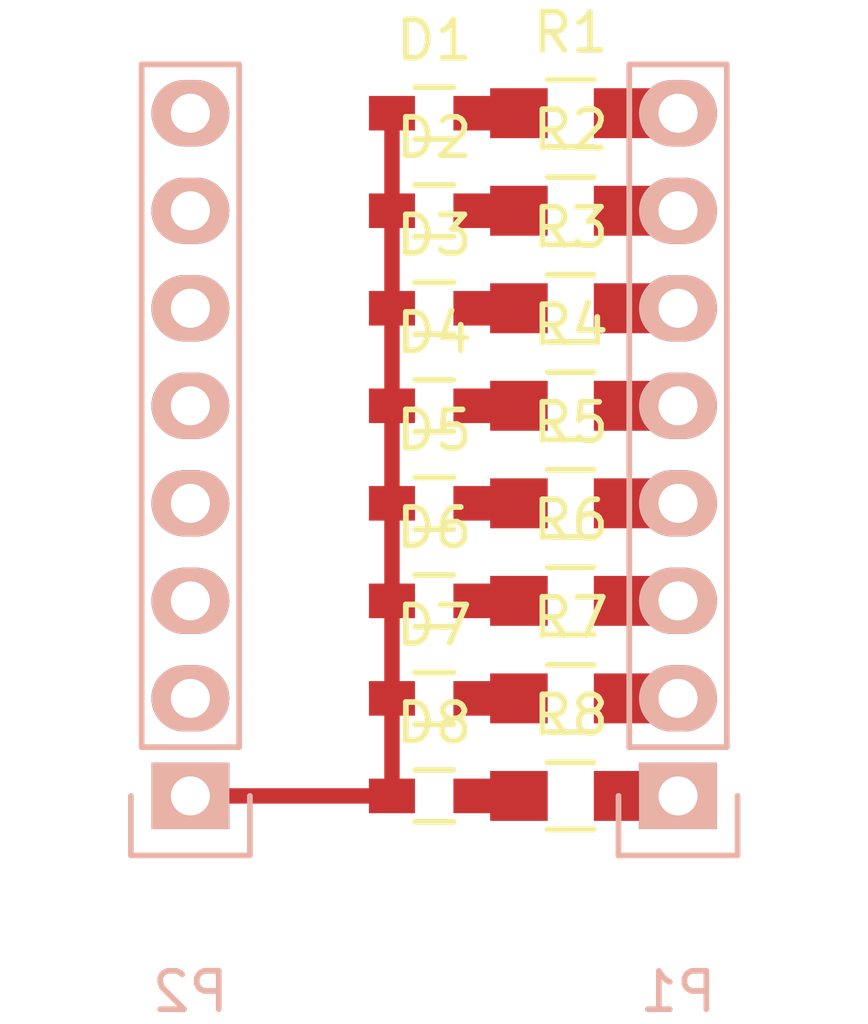
<source format=kicad_pcb>
(kicad_pcb (version 4) (host pcbnew 4.0.2+dfsg1-stable)

  (general
    (links 24)
    (no_connects 0)
    (area 140.941667 108.535 163.858334 135.615)
    (thickness 1.6)
    (drawings 0)
    (tracks 24)
    (zones 0)
    (modules 18)
    (nets 25)
  )

  (page A4)
  (layers
    (0 F.Cu signal)
    (31 B.Cu signal)
    (32 B.Adhes user)
    (33 F.Adhes user)
    (34 B.Paste user)
    (35 F.Paste user)
    (36 B.SilkS user)
    (37 F.SilkS user)
    (38 B.Mask user)
    (39 F.Mask user)
    (40 Dwgs.User user)
    (41 Cmts.User user)
    (42 Eco1.User user)
    (43 Eco2.User user)
    (44 Edge.Cuts user)
    (45 Margin user)
    (46 B.CrtYd user)
    (47 F.CrtYd user)
    (48 B.Fab user)
    (49 F.Fab user)
  )

  (setup
    (last_trace_width 0.4)
    (trace_clearance 0.2)
    (zone_clearance 0.508)
    (zone_45_only no)
    (trace_min 0.2)
    (segment_width 0.2)
    (edge_width 0.15)
    (via_size 0.6)
    (via_drill 0.4)
    (via_min_size 0.4)
    (via_min_drill 0.3)
    (uvia_size 0.3)
    (uvia_drill 0.1)
    (uvias_allowed no)
    (uvia_min_size 0.2)
    (uvia_min_drill 0.1)
    (pcb_text_width 0.3)
    (pcb_text_size 1.5 1.5)
    (mod_edge_width 0.15)
    (mod_text_size 1 1)
    (mod_text_width 0.15)
    (pad_size 1.524 1.524)
    (pad_drill 0.762)
    (pad_to_mask_clearance 0.2)
    (aux_axis_origin 0 0)
    (visible_elements FFFFFF7F)
    (pcbplotparams
      (layerselection 0x00000_00000001)
      (usegerberextensions false)
      (excludeedgelayer true)
      (linewidth 0.100000)
      (plotframeref false)
      (viasonmask false)
      (mode 1)
      (useauxorigin false)
      (hpglpennumber 1)
      (hpglpenspeed 20)
      (hpglpendiameter 15)
      (hpglpenoverlay 2)
      (psnegative false)
      (psa4output false)
      (plotreference true)
      (plotvalue true)
      (plotinvisibletext false)
      (padsonsilk false)
      (subtractmaskfromsilk false)
      (outputformat 4)
      (mirror true)
      (drillshape 0)
      (scaleselection 1)
      (outputdirectory ""))
  )

  (net 0 "")
  (net 1 GND)
  (net 2 "Net-(D1-Pad2)")
  (net 3 "Net-(D2-Pad2)")
  (net 4 "Net-(D3-Pad2)")
  (net 5 "Net-(D4-Pad2)")
  (net 6 "Net-(D5-Pad2)")
  (net 7 "Net-(D6-Pad2)")
  (net 8 "Net-(D7-Pad2)")
  (net 9 "Net-(D8-Pad2)")
  (net 10 "Net-(P1-Pad1)")
  (net 11 "Net-(P1-Pad2)")
  (net 12 "Net-(P1-Pad3)")
  (net 13 "Net-(P1-Pad4)")
  (net 14 "Net-(P1-Pad5)")
  (net 15 "Net-(P1-Pad6)")
  (net 16 "Net-(P1-Pad7)")
  (net 17 "Net-(P1-Pad8)")
  (net 18 "Net-(P2-Pad2)")
  (net 19 "Net-(P2-Pad3)")
  (net 20 "Net-(P2-Pad4)")
  (net 21 "Net-(P2-Pad5)")
  (net 22 "Net-(P2-Pad6)")
  (net 23 "Net-(P2-Pad7)")
  (net 24 "Net-(P2-Pad8)")

  (net_class Default "This is the default net class."
    (clearance 0.2)
    (trace_width 0.4)
    (via_dia 0.6)
    (via_drill 0.4)
    (uvia_dia 0.3)
    (uvia_drill 0.1)
    (add_net GND)
    (add_net "Net-(D1-Pad2)")
    (add_net "Net-(D2-Pad2)")
    (add_net "Net-(D3-Pad2)")
    (add_net "Net-(D4-Pad2)")
    (add_net "Net-(D5-Pad2)")
    (add_net "Net-(D6-Pad2)")
    (add_net "Net-(D7-Pad2)")
    (add_net "Net-(D8-Pad2)")
    (add_net "Net-(P1-Pad1)")
    (add_net "Net-(P1-Pad2)")
    (add_net "Net-(P1-Pad3)")
    (add_net "Net-(P1-Pad4)")
    (add_net "Net-(P1-Pad5)")
    (add_net "Net-(P1-Pad6)")
    (add_net "Net-(P1-Pad7)")
    (add_net "Net-(P1-Pad8)")
    (add_net "Net-(P2-Pad2)")
    (add_net "Net-(P2-Pad3)")
    (add_net "Net-(P2-Pad4)")
    (add_net "Net-(P2-Pad5)")
    (add_net "Net-(P2-Pad6)")
    (add_net "Net-(P2-Pad7)")
    (add_net "Net-(P2-Pad8)")
  )

  (module Resistors_SMD:R_0603_HandSoldering (layer F.Cu) (tedit 5418A00F) (tstamp 5A9833D6)
    (at 152.4 111.76)
    (descr "Resistor SMD 0603, hand soldering")
    (tags "resistor 0603")
    (path /5A982E8A)
    (attr smd)
    (fp_text reference D1 (at 0 -1.9) (layer F.SilkS)
      (effects (font (size 1 1) (thickness 0.15)))
    )
    (fp_text value Led_Small (at 0 1.9) (layer F.Fab)
      (effects (font (size 1 1) (thickness 0.15)))
    )
    (fp_line (start -2 -0.8) (end 2 -0.8) (layer F.CrtYd) (width 0.05))
    (fp_line (start -2 0.8) (end 2 0.8) (layer F.CrtYd) (width 0.05))
    (fp_line (start -2 -0.8) (end -2 0.8) (layer F.CrtYd) (width 0.05))
    (fp_line (start 2 -0.8) (end 2 0.8) (layer F.CrtYd) (width 0.05))
    (fp_line (start 0.5 0.675) (end -0.5 0.675) (layer F.SilkS) (width 0.15))
    (fp_line (start -0.5 -0.675) (end 0.5 -0.675) (layer F.SilkS) (width 0.15))
    (pad 1 smd rect (at -1.1 0) (size 1.2 0.9) (layers F.Cu F.Paste F.Mask)
      (net 1 GND))
    (pad 2 smd rect (at 1.1 0) (size 1.2 0.9) (layers F.Cu F.Paste F.Mask)
      (net 2 "Net-(D1-Pad2)"))
    (model Resistors_SMD.3dshapes/R_0603_HandSoldering.wrl
      (at (xyz 0 0 0))
      (scale (xyz 1 1 1))
      (rotate (xyz 0 0 0))
    )
  )

  (module Resistors_SMD:R_0603_HandSoldering (layer F.Cu) (tedit 5418A00F) (tstamp 5A9833DC)
    (at 152.4 114.3)
    (descr "Resistor SMD 0603, hand soldering")
    (tags "resistor 0603")
    (path /5A982E63)
    (attr smd)
    (fp_text reference D2 (at 0 -1.9) (layer F.SilkS)
      (effects (font (size 1 1) (thickness 0.15)))
    )
    (fp_text value Led_Small (at 0 1.9) (layer F.Fab)
      (effects (font (size 1 1) (thickness 0.15)))
    )
    (fp_line (start -2 -0.8) (end 2 -0.8) (layer F.CrtYd) (width 0.05))
    (fp_line (start -2 0.8) (end 2 0.8) (layer F.CrtYd) (width 0.05))
    (fp_line (start -2 -0.8) (end -2 0.8) (layer F.CrtYd) (width 0.05))
    (fp_line (start 2 -0.8) (end 2 0.8) (layer F.CrtYd) (width 0.05))
    (fp_line (start 0.5 0.675) (end -0.5 0.675) (layer F.SilkS) (width 0.15))
    (fp_line (start -0.5 -0.675) (end 0.5 -0.675) (layer F.SilkS) (width 0.15))
    (pad 1 smd rect (at -1.1 0) (size 1.2 0.9) (layers F.Cu F.Paste F.Mask)
      (net 1 GND))
    (pad 2 smd rect (at 1.1 0) (size 1.2 0.9) (layers F.Cu F.Paste F.Mask)
      (net 3 "Net-(D2-Pad2)"))
    (model Resistors_SMD.3dshapes/R_0603_HandSoldering.wrl
      (at (xyz 0 0 0))
      (scale (xyz 1 1 1))
      (rotate (xyz 0 0 0))
    )
  )

  (module Resistors_SMD:R_0603_HandSoldering (layer F.Cu) (tedit 5418A00F) (tstamp 5A9833E2)
    (at 152.4 116.84)
    (descr "Resistor SMD 0603, hand soldering")
    (tags "resistor 0603")
    (path /5A982E3F)
    (attr smd)
    (fp_text reference D3 (at 0 -1.9) (layer F.SilkS)
      (effects (font (size 1 1) (thickness 0.15)))
    )
    (fp_text value Led_Small (at 0 1.9) (layer F.Fab)
      (effects (font (size 1 1) (thickness 0.15)))
    )
    (fp_line (start -2 -0.8) (end 2 -0.8) (layer F.CrtYd) (width 0.05))
    (fp_line (start -2 0.8) (end 2 0.8) (layer F.CrtYd) (width 0.05))
    (fp_line (start -2 -0.8) (end -2 0.8) (layer F.CrtYd) (width 0.05))
    (fp_line (start 2 -0.8) (end 2 0.8) (layer F.CrtYd) (width 0.05))
    (fp_line (start 0.5 0.675) (end -0.5 0.675) (layer F.SilkS) (width 0.15))
    (fp_line (start -0.5 -0.675) (end 0.5 -0.675) (layer F.SilkS) (width 0.15))
    (pad 1 smd rect (at -1.1 0) (size 1.2 0.9) (layers F.Cu F.Paste F.Mask)
      (net 1 GND))
    (pad 2 smd rect (at 1.1 0) (size 1.2 0.9) (layers F.Cu F.Paste F.Mask)
      (net 4 "Net-(D3-Pad2)"))
    (model Resistors_SMD.3dshapes/R_0603_HandSoldering.wrl
      (at (xyz 0 0 0))
      (scale (xyz 1 1 1))
      (rotate (xyz 0 0 0))
    )
  )

  (module Resistors_SMD:R_0603_HandSoldering (layer F.Cu) (tedit 5418A00F) (tstamp 5A9833E8)
    (at 152.4 119.38)
    (descr "Resistor SMD 0603, hand soldering")
    (tags "resistor 0603")
    (path /5A982D20)
    (attr smd)
    (fp_text reference D4 (at 0 -1.9) (layer F.SilkS)
      (effects (font (size 1 1) (thickness 0.15)))
    )
    (fp_text value Led_Small (at 0 1.9) (layer F.Fab)
      (effects (font (size 1 1) (thickness 0.15)))
    )
    (fp_line (start -2 -0.8) (end 2 -0.8) (layer F.CrtYd) (width 0.05))
    (fp_line (start -2 0.8) (end 2 0.8) (layer F.CrtYd) (width 0.05))
    (fp_line (start -2 -0.8) (end -2 0.8) (layer F.CrtYd) (width 0.05))
    (fp_line (start 2 -0.8) (end 2 0.8) (layer F.CrtYd) (width 0.05))
    (fp_line (start 0.5 0.675) (end -0.5 0.675) (layer F.SilkS) (width 0.15))
    (fp_line (start -0.5 -0.675) (end 0.5 -0.675) (layer F.SilkS) (width 0.15))
    (pad 1 smd rect (at -1.1 0) (size 1.2 0.9) (layers F.Cu F.Paste F.Mask)
      (net 1 GND))
    (pad 2 smd rect (at 1.1 0) (size 1.2 0.9) (layers F.Cu F.Paste F.Mask)
      (net 5 "Net-(D4-Pad2)"))
    (model Resistors_SMD.3dshapes/R_0603_HandSoldering.wrl
      (at (xyz 0 0 0))
      (scale (xyz 1 1 1))
      (rotate (xyz 0 0 0))
    )
  )

  (module Resistors_SMD:R_0603_HandSoldering (layer F.Cu) (tedit 5418A00F) (tstamp 5A9833EE)
    (at 152.4 121.92)
    (descr "Resistor SMD 0603, hand soldering")
    (tags "resistor 0603")
    (path /5A982E1E)
    (attr smd)
    (fp_text reference D5 (at 0 -1.9) (layer F.SilkS)
      (effects (font (size 1 1) (thickness 0.15)))
    )
    (fp_text value Led_Small (at 0 1.9) (layer F.Fab)
      (effects (font (size 1 1) (thickness 0.15)))
    )
    (fp_line (start -2 -0.8) (end 2 -0.8) (layer F.CrtYd) (width 0.05))
    (fp_line (start -2 0.8) (end 2 0.8) (layer F.CrtYd) (width 0.05))
    (fp_line (start -2 -0.8) (end -2 0.8) (layer F.CrtYd) (width 0.05))
    (fp_line (start 2 -0.8) (end 2 0.8) (layer F.CrtYd) (width 0.05))
    (fp_line (start 0.5 0.675) (end -0.5 0.675) (layer F.SilkS) (width 0.15))
    (fp_line (start -0.5 -0.675) (end 0.5 -0.675) (layer F.SilkS) (width 0.15))
    (pad 1 smd rect (at -1.1 0) (size 1.2 0.9) (layers F.Cu F.Paste F.Mask)
      (net 1 GND))
    (pad 2 smd rect (at 1.1 0) (size 1.2 0.9) (layers F.Cu F.Paste F.Mask)
      (net 6 "Net-(D5-Pad2)"))
    (model Resistors_SMD.3dshapes/R_0603_HandSoldering.wrl
      (at (xyz 0 0 0))
      (scale (xyz 1 1 1))
      (rotate (xyz 0 0 0))
    )
  )

  (module Resistors_SMD:R_0603_HandSoldering (layer F.Cu) (tedit 5418A00F) (tstamp 5A9833F4)
    (at 152.4 124.46)
    (descr "Resistor SMD 0603, hand soldering")
    (tags "resistor 0603")
    (path /5A9829B4)
    (attr smd)
    (fp_text reference D6 (at 0 -1.9) (layer F.SilkS)
      (effects (font (size 1 1) (thickness 0.15)))
    )
    (fp_text value Led_Small (at 0 1.9) (layer F.Fab)
      (effects (font (size 1 1) (thickness 0.15)))
    )
    (fp_line (start -2 -0.8) (end 2 -0.8) (layer F.CrtYd) (width 0.05))
    (fp_line (start -2 0.8) (end 2 0.8) (layer F.CrtYd) (width 0.05))
    (fp_line (start -2 -0.8) (end -2 0.8) (layer F.CrtYd) (width 0.05))
    (fp_line (start 2 -0.8) (end 2 0.8) (layer F.CrtYd) (width 0.05))
    (fp_line (start 0.5 0.675) (end -0.5 0.675) (layer F.SilkS) (width 0.15))
    (fp_line (start -0.5 -0.675) (end 0.5 -0.675) (layer F.SilkS) (width 0.15))
    (pad 1 smd rect (at -1.1 0) (size 1.2 0.9) (layers F.Cu F.Paste F.Mask)
      (net 1 GND))
    (pad 2 smd rect (at 1.1 0) (size 1.2 0.9) (layers F.Cu F.Paste F.Mask)
      (net 7 "Net-(D6-Pad2)"))
    (model Resistors_SMD.3dshapes/R_0603_HandSoldering.wrl
      (at (xyz 0 0 0))
      (scale (xyz 1 1 1))
      (rotate (xyz 0 0 0))
    )
  )

  (module Resistors_SMD:R_0603_HandSoldering (layer F.Cu) (tedit 5418A00F) (tstamp 5A9833FA)
    (at 152.4 127)
    (descr "Resistor SMD 0603, hand soldering")
    (tags "resistor 0603")
    (path /5A982D05)
    (attr smd)
    (fp_text reference D7 (at 0 -1.9) (layer F.SilkS)
      (effects (font (size 1 1) (thickness 0.15)))
    )
    (fp_text value Led_Small (at 0 1.9) (layer F.Fab)
      (effects (font (size 1 1) (thickness 0.15)))
    )
    (fp_line (start -2 -0.8) (end 2 -0.8) (layer F.CrtYd) (width 0.05))
    (fp_line (start -2 0.8) (end 2 0.8) (layer F.CrtYd) (width 0.05))
    (fp_line (start -2 -0.8) (end -2 0.8) (layer F.CrtYd) (width 0.05))
    (fp_line (start 2 -0.8) (end 2 0.8) (layer F.CrtYd) (width 0.05))
    (fp_line (start 0.5 0.675) (end -0.5 0.675) (layer F.SilkS) (width 0.15))
    (fp_line (start -0.5 -0.675) (end 0.5 -0.675) (layer F.SilkS) (width 0.15))
    (pad 1 smd rect (at -1.1 0) (size 1.2 0.9) (layers F.Cu F.Paste F.Mask)
      (net 1 GND))
    (pad 2 smd rect (at 1.1 0) (size 1.2 0.9) (layers F.Cu F.Paste F.Mask)
      (net 8 "Net-(D7-Pad2)"))
    (model Resistors_SMD.3dshapes/R_0603_HandSoldering.wrl
      (at (xyz 0 0 0))
      (scale (xyz 1 1 1))
      (rotate (xyz 0 0 0))
    )
  )

  (module Resistors_SMD:R_0603_HandSoldering (layer F.Cu) (tedit 5418A00F) (tstamp 5A983400)
    (at 152.4 129.54)
    (descr "Resistor SMD 0603, hand soldering")
    (tags "resistor 0603")
    (path /5A982CCB)
    (attr smd)
    (fp_text reference D8 (at 0 -1.9) (layer F.SilkS)
      (effects (font (size 1 1) (thickness 0.15)))
    )
    (fp_text value Led_Small (at 0 1.9) (layer F.Fab)
      (effects (font (size 1 1) (thickness 0.15)))
    )
    (fp_line (start -2 -0.8) (end 2 -0.8) (layer F.CrtYd) (width 0.05))
    (fp_line (start -2 0.8) (end 2 0.8) (layer F.CrtYd) (width 0.05))
    (fp_line (start -2 -0.8) (end -2 0.8) (layer F.CrtYd) (width 0.05))
    (fp_line (start 2 -0.8) (end 2 0.8) (layer F.CrtYd) (width 0.05))
    (fp_line (start 0.5 0.675) (end -0.5 0.675) (layer F.SilkS) (width 0.15))
    (fp_line (start -0.5 -0.675) (end 0.5 -0.675) (layer F.SilkS) (width 0.15))
    (pad 1 smd rect (at -1.1 0) (size 1.2 0.9) (layers F.Cu F.Paste F.Mask)
      (net 1 GND))
    (pad 2 smd rect (at 1.1 0) (size 1.2 0.9) (layers F.Cu F.Paste F.Mask)
      (net 9 "Net-(D8-Pad2)"))
    (model Resistors_SMD.3dshapes/R_0603_HandSoldering.wrl
      (at (xyz 0 0 0))
      (scale (xyz 1 1 1))
      (rotate (xyz 0 0 0))
    )
  )

  (module Pin_Headers:Pin_Header_Straight_1x08 (layer B.Cu) (tedit 0) (tstamp 5A98340C)
    (at 158.75 129.54)
    (descr "Through hole pin header")
    (tags "pin header")
    (path /5A9837C7)
    (fp_text reference P1 (at 0 5.1) (layer B.SilkS)
      (effects (font (size 1 1) (thickness 0.15)) (justify mirror))
    )
    (fp_text value CONN_01X08 (at 0 3.1) (layer B.Fab)
      (effects (font (size 1 1) (thickness 0.15)) (justify mirror))
    )
    (fp_line (start -1.75 1.75) (end -1.75 -19.55) (layer B.CrtYd) (width 0.05))
    (fp_line (start 1.75 1.75) (end 1.75 -19.55) (layer B.CrtYd) (width 0.05))
    (fp_line (start -1.75 1.75) (end 1.75 1.75) (layer B.CrtYd) (width 0.05))
    (fp_line (start -1.75 -19.55) (end 1.75 -19.55) (layer B.CrtYd) (width 0.05))
    (fp_line (start 1.27 -1.27) (end 1.27 -19.05) (layer B.SilkS) (width 0.15))
    (fp_line (start 1.27 -19.05) (end -1.27 -19.05) (layer B.SilkS) (width 0.15))
    (fp_line (start -1.27 -19.05) (end -1.27 -1.27) (layer B.SilkS) (width 0.15))
    (fp_line (start 1.55 1.55) (end 1.55 0) (layer B.SilkS) (width 0.15))
    (fp_line (start 1.27 -1.27) (end -1.27 -1.27) (layer B.SilkS) (width 0.15))
    (fp_line (start -1.55 0) (end -1.55 1.55) (layer B.SilkS) (width 0.15))
    (fp_line (start -1.55 1.55) (end 1.55 1.55) (layer B.SilkS) (width 0.15))
    (pad 1 thru_hole rect (at 0 0) (size 2.032 1.7272) (drill 1.016) (layers *.Cu *.Mask B.SilkS)
      (net 10 "Net-(P1-Pad1)"))
    (pad 2 thru_hole oval (at 0 -2.54) (size 2.032 1.7272) (drill 1.016) (layers *.Cu *.Mask B.SilkS)
      (net 11 "Net-(P1-Pad2)"))
    (pad 3 thru_hole oval (at 0 -5.08) (size 2.032 1.7272) (drill 1.016) (layers *.Cu *.Mask B.SilkS)
      (net 12 "Net-(P1-Pad3)"))
    (pad 4 thru_hole oval (at 0 -7.62) (size 2.032 1.7272) (drill 1.016) (layers *.Cu *.Mask B.SilkS)
      (net 13 "Net-(P1-Pad4)"))
    (pad 5 thru_hole oval (at 0 -10.16) (size 2.032 1.7272) (drill 1.016) (layers *.Cu *.Mask B.SilkS)
      (net 14 "Net-(P1-Pad5)"))
    (pad 6 thru_hole oval (at 0 -12.7) (size 2.032 1.7272) (drill 1.016) (layers *.Cu *.Mask B.SilkS)
      (net 15 "Net-(P1-Pad6)"))
    (pad 7 thru_hole oval (at 0 -15.24) (size 2.032 1.7272) (drill 1.016) (layers *.Cu *.Mask B.SilkS)
      (net 16 "Net-(P1-Pad7)"))
    (pad 8 thru_hole oval (at 0 -17.78) (size 2.032 1.7272) (drill 1.016) (layers *.Cu *.Mask B.SilkS)
      (net 17 "Net-(P1-Pad8)"))
    (model Pin_Headers.3dshapes/Pin_Header_Straight_1x08.wrl
      (at (xyz 0 -0.35 0))
      (scale (xyz 1 1 1))
      (rotate (xyz 0 0 90))
    )
  )

  (module Pin_Headers:Pin_Header_Straight_1x08 (layer B.Cu) (tedit 0) (tstamp 5A983418)
    (at 146.05 129.54)
    (descr "Through hole pin header")
    (tags "pin header")
    (path /5A983BD8)
    (fp_text reference P2 (at 0 5.1) (layer B.SilkS)
      (effects (font (size 1 1) (thickness 0.15)) (justify mirror))
    )
    (fp_text value CONN_01X08 (at 0 3.1) (layer B.Fab)
      (effects (font (size 1 1) (thickness 0.15)) (justify mirror))
    )
    (fp_line (start -1.75 1.75) (end -1.75 -19.55) (layer B.CrtYd) (width 0.05))
    (fp_line (start 1.75 1.75) (end 1.75 -19.55) (layer B.CrtYd) (width 0.05))
    (fp_line (start -1.75 1.75) (end 1.75 1.75) (layer B.CrtYd) (width 0.05))
    (fp_line (start -1.75 -19.55) (end 1.75 -19.55) (layer B.CrtYd) (width 0.05))
    (fp_line (start 1.27 -1.27) (end 1.27 -19.05) (layer B.SilkS) (width 0.15))
    (fp_line (start 1.27 -19.05) (end -1.27 -19.05) (layer B.SilkS) (width 0.15))
    (fp_line (start -1.27 -19.05) (end -1.27 -1.27) (layer B.SilkS) (width 0.15))
    (fp_line (start 1.55 1.55) (end 1.55 0) (layer B.SilkS) (width 0.15))
    (fp_line (start 1.27 -1.27) (end -1.27 -1.27) (layer B.SilkS) (width 0.15))
    (fp_line (start -1.55 0) (end -1.55 1.55) (layer B.SilkS) (width 0.15))
    (fp_line (start -1.55 1.55) (end 1.55 1.55) (layer B.SilkS) (width 0.15))
    (pad 1 thru_hole rect (at 0 0) (size 2.032 1.7272) (drill 1.016) (layers *.Cu *.Mask B.SilkS)
      (net 1 GND))
    (pad 2 thru_hole oval (at 0 -2.54) (size 2.032 1.7272) (drill 1.016) (layers *.Cu *.Mask B.SilkS)
      (net 18 "Net-(P2-Pad2)"))
    (pad 3 thru_hole oval (at 0 -5.08) (size 2.032 1.7272) (drill 1.016) (layers *.Cu *.Mask B.SilkS)
      (net 19 "Net-(P2-Pad3)"))
    (pad 4 thru_hole oval (at 0 -7.62) (size 2.032 1.7272) (drill 1.016) (layers *.Cu *.Mask B.SilkS)
      (net 20 "Net-(P2-Pad4)"))
    (pad 5 thru_hole oval (at 0 -10.16) (size 2.032 1.7272) (drill 1.016) (layers *.Cu *.Mask B.SilkS)
      (net 21 "Net-(P2-Pad5)"))
    (pad 6 thru_hole oval (at 0 -12.7) (size 2.032 1.7272) (drill 1.016) (layers *.Cu *.Mask B.SilkS)
      (net 22 "Net-(P2-Pad6)"))
    (pad 7 thru_hole oval (at 0 -15.24) (size 2.032 1.7272) (drill 1.016) (layers *.Cu *.Mask B.SilkS)
      (net 23 "Net-(P2-Pad7)"))
    (pad 8 thru_hole oval (at 0 -17.78) (size 2.032 1.7272) (drill 1.016) (layers *.Cu *.Mask B.SilkS)
      (net 24 "Net-(P2-Pad8)"))
    (model Pin_Headers.3dshapes/Pin_Header_Straight_1x08.wrl
      (at (xyz 0 -0.35 0))
      (scale (xyz 1 1 1))
      (rotate (xyz 0 0 90))
    )
  )

  (module Resistors_SMD:R_0805_HandSoldering (layer F.Cu) (tedit 54189DEE) (tstamp 5A98341E)
    (at 155.956 111.76)
    (descr "Resistor SMD 0805, hand soldering")
    (tags "resistor 0805")
    (path /5A982F81)
    (attr smd)
    (fp_text reference R1 (at 0 -2.1) (layer F.SilkS)
      (effects (font (size 1 1) (thickness 0.15)))
    )
    (fp_text value R_Small (at 0 2.1) (layer F.Fab)
      (effects (font (size 1 1) (thickness 0.15)))
    )
    (fp_line (start -2.4 -1) (end 2.4 -1) (layer F.CrtYd) (width 0.05))
    (fp_line (start -2.4 1) (end 2.4 1) (layer F.CrtYd) (width 0.05))
    (fp_line (start -2.4 -1) (end -2.4 1) (layer F.CrtYd) (width 0.05))
    (fp_line (start 2.4 -1) (end 2.4 1) (layer F.CrtYd) (width 0.05))
    (fp_line (start 0.6 0.875) (end -0.6 0.875) (layer F.SilkS) (width 0.15))
    (fp_line (start -0.6 -0.875) (end 0.6 -0.875) (layer F.SilkS) (width 0.15))
    (pad 1 smd rect (at -1.35 0) (size 1.5 1.3) (layers F.Cu F.Paste F.Mask)
      (net 2 "Net-(D1-Pad2)"))
    (pad 2 smd rect (at 1.35 0) (size 1.5 1.3) (layers F.Cu F.Paste F.Mask)
      (net 17 "Net-(P1-Pad8)"))
    (model Resistors_SMD.3dshapes/R_0805_HandSoldering.wrl
      (at (xyz 0 0 0))
      (scale (xyz 1 1 1))
      (rotate (xyz 0 0 0))
    )
  )

  (module Resistors_SMD:R_0805_HandSoldering (layer F.Cu) (tedit 54189DEE) (tstamp 5A983424)
    (at 155.956 114.3)
    (descr "Resistor SMD 0805, hand soldering")
    (tags "resistor 0805")
    (path /5A9832BD)
    (attr smd)
    (fp_text reference R2 (at 0 -2.1) (layer F.SilkS)
      (effects (font (size 1 1) (thickness 0.15)))
    )
    (fp_text value R_Small (at 0 2.1) (layer F.Fab)
      (effects (font (size 1 1) (thickness 0.15)))
    )
    (fp_line (start -2.4 -1) (end 2.4 -1) (layer F.CrtYd) (width 0.05))
    (fp_line (start -2.4 1) (end 2.4 1) (layer F.CrtYd) (width 0.05))
    (fp_line (start -2.4 -1) (end -2.4 1) (layer F.CrtYd) (width 0.05))
    (fp_line (start 2.4 -1) (end 2.4 1) (layer F.CrtYd) (width 0.05))
    (fp_line (start 0.6 0.875) (end -0.6 0.875) (layer F.SilkS) (width 0.15))
    (fp_line (start -0.6 -0.875) (end 0.6 -0.875) (layer F.SilkS) (width 0.15))
    (pad 1 smd rect (at -1.35 0) (size 1.5 1.3) (layers F.Cu F.Paste F.Mask)
      (net 3 "Net-(D2-Pad2)"))
    (pad 2 smd rect (at 1.35 0) (size 1.5 1.3) (layers F.Cu F.Paste F.Mask)
      (net 16 "Net-(P1-Pad7)"))
    (model Resistors_SMD.3dshapes/R_0805_HandSoldering.wrl
      (at (xyz 0 0 0))
      (scale (xyz 1 1 1))
      (rotate (xyz 0 0 0))
    )
  )

  (module Resistors_SMD:R_0805_HandSoldering (layer F.Cu) (tedit 54189DEE) (tstamp 5A98342A)
    (at 155.956 116.84)
    (descr "Resistor SMD 0805, hand soldering")
    (tags "resistor 0805")
    (path /5A9832ED)
    (attr smd)
    (fp_text reference R3 (at 0 -2.1) (layer F.SilkS)
      (effects (font (size 1 1) (thickness 0.15)))
    )
    (fp_text value R_Small (at 0 2.1) (layer F.Fab)
      (effects (font (size 1 1) (thickness 0.15)))
    )
    (fp_line (start -2.4 -1) (end 2.4 -1) (layer F.CrtYd) (width 0.05))
    (fp_line (start -2.4 1) (end 2.4 1) (layer F.CrtYd) (width 0.05))
    (fp_line (start -2.4 -1) (end -2.4 1) (layer F.CrtYd) (width 0.05))
    (fp_line (start 2.4 -1) (end 2.4 1) (layer F.CrtYd) (width 0.05))
    (fp_line (start 0.6 0.875) (end -0.6 0.875) (layer F.SilkS) (width 0.15))
    (fp_line (start -0.6 -0.875) (end 0.6 -0.875) (layer F.SilkS) (width 0.15))
    (pad 1 smd rect (at -1.35 0) (size 1.5 1.3) (layers F.Cu F.Paste F.Mask)
      (net 4 "Net-(D3-Pad2)"))
    (pad 2 smd rect (at 1.35 0) (size 1.5 1.3) (layers F.Cu F.Paste F.Mask)
      (net 15 "Net-(P1-Pad6)"))
    (model Resistors_SMD.3dshapes/R_0805_HandSoldering.wrl
      (at (xyz 0 0 0))
      (scale (xyz 1 1 1))
      (rotate (xyz 0 0 0))
    )
  )

  (module Resistors_SMD:R_0805_HandSoldering (layer F.Cu) (tedit 54189DEE) (tstamp 5A983430)
    (at 155.956 119.38)
    (descr "Resistor SMD 0805, hand soldering")
    (tags "resistor 0805")
    (path /5A983320)
    (attr smd)
    (fp_text reference R4 (at 0 -2.1) (layer F.SilkS)
      (effects (font (size 1 1) (thickness 0.15)))
    )
    (fp_text value R_Small (at 0 2.1) (layer F.Fab)
      (effects (font (size 1 1) (thickness 0.15)))
    )
    (fp_line (start -2.4 -1) (end 2.4 -1) (layer F.CrtYd) (width 0.05))
    (fp_line (start -2.4 1) (end 2.4 1) (layer F.CrtYd) (width 0.05))
    (fp_line (start -2.4 -1) (end -2.4 1) (layer F.CrtYd) (width 0.05))
    (fp_line (start 2.4 -1) (end 2.4 1) (layer F.CrtYd) (width 0.05))
    (fp_line (start 0.6 0.875) (end -0.6 0.875) (layer F.SilkS) (width 0.15))
    (fp_line (start -0.6 -0.875) (end 0.6 -0.875) (layer F.SilkS) (width 0.15))
    (pad 1 smd rect (at -1.35 0) (size 1.5 1.3) (layers F.Cu F.Paste F.Mask)
      (net 5 "Net-(D4-Pad2)"))
    (pad 2 smd rect (at 1.35 0) (size 1.5 1.3) (layers F.Cu F.Paste F.Mask)
      (net 14 "Net-(P1-Pad5)"))
    (model Resistors_SMD.3dshapes/R_0805_HandSoldering.wrl
      (at (xyz 0 0 0))
      (scale (xyz 1 1 1))
      (rotate (xyz 0 0 0))
    )
  )

  (module Resistors_SMD:R_0805_HandSoldering (layer F.Cu) (tedit 54189DEE) (tstamp 5A983436)
    (at 155.956 121.92)
    (descr "Resistor SMD 0805, hand soldering")
    (tags "resistor 0805")
    (path /5A983356)
    (attr smd)
    (fp_text reference R5 (at 0 -2.1) (layer F.SilkS)
      (effects (font (size 1 1) (thickness 0.15)))
    )
    (fp_text value R_Small (at 0 2.1) (layer F.Fab)
      (effects (font (size 1 1) (thickness 0.15)))
    )
    (fp_line (start -2.4 -1) (end 2.4 -1) (layer F.CrtYd) (width 0.05))
    (fp_line (start -2.4 1) (end 2.4 1) (layer F.CrtYd) (width 0.05))
    (fp_line (start -2.4 -1) (end -2.4 1) (layer F.CrtYd) (width 0.05))
    (fp_line (start 2.4 -1) (end 2.4 1) (layer F.CrtYd) (width 0.05))
    (fp_line (start 0.6 0.875) (end -0.6 0.875) (layer F.SilkS) (width 0.15))
    (fp_line (start -0.6 -0.875) (end 0.6 -0.875) (layer F.SilkS) (width 0.15))
    (pad 1 smd rect (at -1.35 0) (size 1.5 1.3) (layers F.Cu F.Paste F.Mask)
      (net 6 "Net-(D5-Pad2)"))
    (pad 2 smd rect (at 1.35 0) (size 1.5 1.3) (layers F.Cu F.Paste F.Mask)
      (net 13 "Net-(P1-Pad4)"))
    (model Resistors_SMD.3dshapes/R_0805_HandSoldering.wrl
      (at (xyz 0 0 0))
      (scale (xyz 1 1 1))
      (rotate (xyz 0 0 0))
    )
  )

  (module Resistors_SMD:R_0805_HandSoldering (layer F.Cu) (tedit 54189DEE) (tstamp 5A98343C)
    (at 155.956 124.46)
    (descr "Resistor SMD 0805, hand soldering")
    (tags "resistor 0805")
    (path /5A98338F)
    (attr smd)
    (fp_text reference R6 (at 0 -2.1) (layer F.SilkS)
      (effects (font (size 1 1) (thickness 0.15)))
    )
    (fp_text value R_Small (at 0 2.1) (layer F.Fab)
      (effects (font (size 1 1) (thickness 0.15)))
    )
    (fp_line (start -2.4 -1) (end 2.4 -1) (layer F.CrtYd) (width 0.05))
    (fp_line (start -2.4 1) (end 2.4 1) (layer F.CrtYd) (width 0.05))
    (fp_line (start -2.4 -1) (end -2.4 1) (layer F.CrtYd) (width 0.05))
    (fp_line (start 2.4 -1) (end 2.4 1) (layer F.CrtYd) (width 0.05))
    (fp_line (start 0.6 0.875) (end -0.6 0.875) (layer F.SilkS) (width 0.15))
    (fp_line (start -0.6 -0.875) (end 0.6 -0.875) (layer F.SilkS) (width 0.15))
    (pad 1 smd rect (at -1.35 0) (size 1.5 1.3) (layers F.Cu F.Paste F.Mask)
      (net 7 "Net-(D6-Pad2)"))
    (pad 2 smd rect (at 1.35 0) (size 1.5 1.3) (layers F.Cu F.Paste F.Mask)
      (net 12 "Net-(P1-Pad3)"))
    (model Resistors_SMD.3dshapes/R_0805_HandSoldering.wrl
      (at (xyz 0 0 0))
      (scale (xyz 1 1 1))
      (rotate (xyz 0 0 0))
    )
  )

  (module Resistors_SMD:R_0805_HandSoldering (layer F.Cu) (tedit 54189DEE) (tstamp 5A983442)
    (at 155.956 127)
    (descr "Resistor SMD 0805, hand soldering")
    (tags "resistor 0805")
    (path /5A9833CF)
    (attr smd)
    (fp_text reference R7 (at 0 -2.1) (layer F.SilkS)
      (effects (font (size 1 1) (thickness 0.15)))
    )
    (fp_text value R_Small (at 0 2.1) (layer F.Fab)
      (effects (font (size 1 1) (thickness 0.15)))
    )
    (fp_line (start -2.4 -1) (end 2.4 -1) (layer F.CrtYd) (width 0.05))
    (fp_line (start -2.4 1) (end 2.4 1) (layer F.CrtYd) (width 0.05))
    (fp_line (start -2.4 -1) (end -2.4 1) (layer F.CrtYd) (width 0.05))
    (fp_line (start 2.4 -1) (end 2.4 1) (layer F.CrtYd) (width 0.05))
    (fp_line (start 0.6 0.875) (end -0.6 0.875) (layer F.SilkS) (width 0.15))
    (fp_line (start -0.6 -0.875) (end 0.6 -0.875) (layer F.SilkS) (width 0.15))
    (pad 1 smd rect (at -1.35 0) (size 1.5 1.3) (layers F.Cu F.Paste F.Mask)
      (net 8 "Net-(D7-Pad2)"))
    (pad 2 smd rect (at 1.35 0) (size 1.5 1.3) (layers F.Cu F.Paste F.Mask)
      (net 11 "Net-(P1-Pad2)"))
    (model Resistors_SMD.3dshapes/R_0805_HandSoldering.wrl
      (at (xyz 0 0 0))
      (scale (xyz 1 1 1))
      (rotate (xyz 0 0 0))
    )
  )

  (module Resistors_SMD:R_0805_HandSoldering (layer F.Cu) (tedit 54189DEE) (tstamp 5A983448)
    (at 155.956 129.54)
    (descr "Resistor SMD 0805, hand soldering")
    (tags "resistor 0805")
    (path /5A98340E)
    (attr smd)
    (fp_text reference R8 (at 0 -2.1) (layer F.SilkS)
      (effects (font (size 1 1) (thickness 0.15)))
    )
    (fp_text value R_Small (at 0 2.1) (layer F.Fab)
      (effects (font (size 1 1) (thickness 0.15)))
    )
    (fp_line (start -2.4 -1) (end 2.4 -1) (layer F.CrtYd) (width 0.05))
    (fp_line (start -2.4 1) (end 2.4 1) (layer F.CrtYd) (width 0.05))
    (fp_line (start -2.4 -1) (end -2.4 1) (layer F.CrtYd) (width 0.05))
    (fp_line (start 2.4 -1) (end 2.4 1) (layer F.CrtYd) (width 0.05))
    (fp_line (start 0.6 0.875) (end -0.6 0.875) (layer F.SilkS) (width 0.15))
    (fp_line (start -0.6 -0.875) (end 0.6 -0.875) (layer F.SilkS) (width 0.15))
    (pad 1 smd rect (at -1.35 0) (size 1.5 1.3) (layers F.Cu F.Paste F.Mask)
      (net 9 "Net-(D8-Pad2)"))
    (pad 2 smd rect (at 1.35 0) (size 1.5 1.3) (layers F.Cu F.Paste F.Mask)
      (net 10 "Net-(P1-Pad1)"))
    (model Resistors_SMD.3dshapes/R_0805_HandSoldering.wrl
      (at (xyz 0 0 0))
      (scale (xyz 1 1 1))
      (rotate (xyz 0 0 0))
    )
  )

  (segment (start 151.3 127) (end 151.3 124.46) (width 0.4) (layer F.Cu) (net 1))
  (segment (start 151.3 124.46) (end 151.3 121.92) (width 0.4) (layer F.Cu) (net 1) (tstamp 5A983AB5))
  (segment (start 151.3 121.92) (end 151.3 119.38) (width 0.4) (layer F.Cu) (net 1) (tstamp 5A983AB7))
  (segment (start 151.3 119.38) (end 151.3 116.84) (width 0.4) (layer F.Cu) (net 1) (tstamp 5A983AB8))
  (segment (start 151.3 116.84) (end 151.3 114.3) (width 0.4) (layer F.Cu) (net 1) (tstamp 5A983AB9))
  (segment (start 151.3 114.3) (end 151.3 111.76) (width 0.4) (layer F.Cu) (net 1) (tstamp 5A983ABA))
  (segment (start 151.3 129.54) (end 151.3 127) (width 0.4) (layer F.Cu) (net 1))
  (segment (start 146.05 129.54) (end 151.3 129.54) (width 0.4) (layer F.Cu) (net 1))
  (segment (start 153.5 111.76) (end 154.606 111.76) (width 0.25) (layer F.Cu) (net 2) (status 10))
  (segment (start 153.5 114.3) (end 154.606 114.3) (width 0.4) (layer F.Cu) (net 3))
  (segment (start 153.5 116.84) (end 154.606 116.84) (width 0.4) (layer F.Cu) (net 4))
  (segment (start 153.5 119.38) (end 154.606 119.38) (width 0.4) (layer F.Cu) (net 5))
  (segment (start 153.5 121.92) (end 154.606 121.92) (width 0.4) (layer F.Cu) (net 6))
  (segment (start 153.5 124.46) (end 154.606 124.46) (width 0.4) (layer F.Cu) (net 7))
  (segment (start 153.5 127) (end 154.606 127) (width 0.4) (layer F.Cu) (net 8))
  (segment (start 153.5 129.54) (end 154.606 129.54) (width 0.4) (layer F.Cu) (net 9))
  (segment (start 157.306 129.54) (end 158.75 129.54) (width 0.4) (layer F.Cu) (net 10))
  (segment (start 157.306 127) (end 158.75 127) (width 0.4) (layer F.Cu) (net 11))
  (segment (start 157.306 124.46) (end 158.75 124.46) (width 0.4) (layer F.Cu) (net 12))
  (segment (start 157.306 121.92) (end 158.75 121.92) (width 0.4) (layer F.Cu) (net 13))
  (segment (start 157.306 119.38) (end 158.75 119.38) (width 0.4) (layer F.Cu) (net 14))
  (segment (start 157.306 116.84) (end 158.75 116.84) (width 0.4) (layer F.Cu) (net 15))
  (segment (start 157.306 114.3) (end 158.75 114.3) (width 0.4) (layer F.Cu) (net 16))
  (segment (start 157.306 111.76) (end 158.75 111.76) (width 0.25) (layer F.Cu) (net 17) (status 10))

)

</source>
